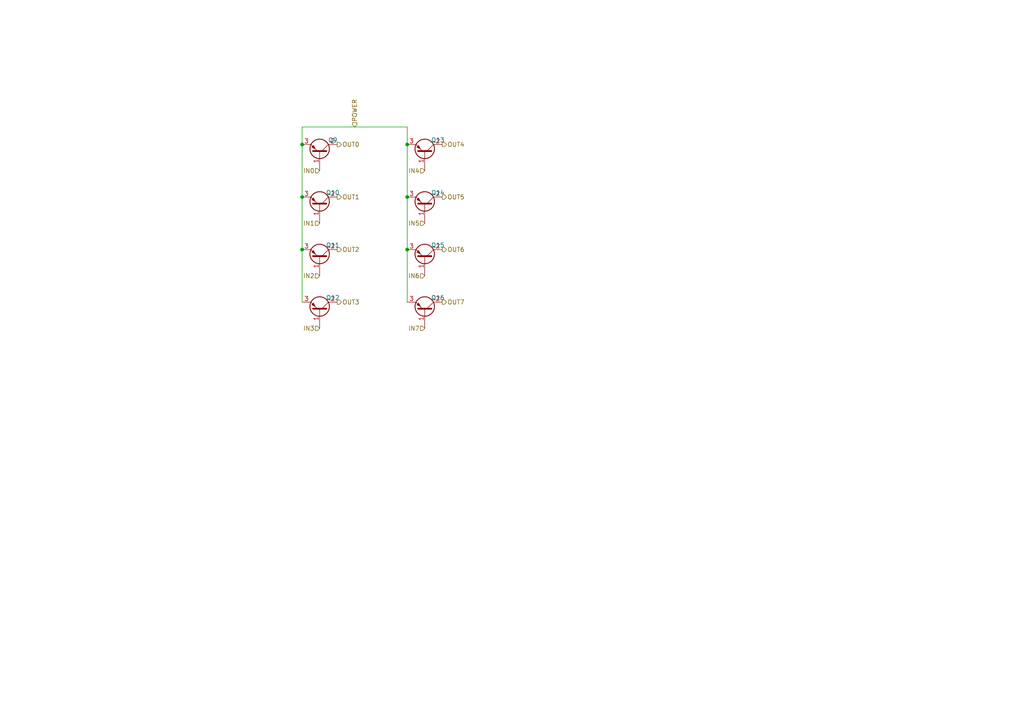
<source format=kicad_sch>
(kicad_sch (version 20211123) (generator eeschema)

  (uuid be0678af-a434-4b32-9101-5b4fc68a0ec0)

  (paper "A4")

  (lib_symbols
    (symbol "Device:Q_PNP_BCE" (pin_names (offset 0) hide) (in_bom yes) (on_board yes)
      (property "Reference" "Q" (id 0) (at 5.08 1.27 0)
        (effects (font (size 1.27 1.27)) (justify left))
      )
      (property "Value" "Q_PNP_BCE" (id 1) (at 5.08 -1.27 0)
        (effects (font (size 1.27 1.27)) (justify left))
      )
      (property "Footprint" "" (id 2) (at 5.08 2.54 0)
        (effects (font (size 1.27 1.27)) hide)
      )
      (property "Datasheet" "~" (id 3) (at 0 0 0)
        (effects (font (size 1.27 1.27)) hide)
      )
      (property "ki_keywords" "transistor PNP" (id 4) (at 0 0 0)
        (effects (font (size 1.27 1.27)) hide)
      )
      (property "ki_description" "PNP transistor, base/collector/emitter" (id 5) (at 0 0 0)
        (effects (font (size 1.27 1.27)) hide)
      )
      (symbol "Q_PNP_BCE_0_1"
        (polyline
          (pts
            (xy 0.635 0.635)
            (xy 2.54 2.54)
          )
          (stroke (width 0) (type default) (color 0 0 0 0))
          (fill (type none))
        )
        (polyline
          (pts
            (xy 0.635 -0.635)
            (xy 2.54 -2.54)
            (xy 2.54 -2.54)
          )
          (stroke (width 0) (type default) (color 0 0 0 0))
          (fill (type none))
        )
        (polyline
          (pts
            (xy 0.635 1.905)
            (xy 0.635 -1.905)
            (xy 0.635 -1.905)
          )
          (stroke (width 0.508) (type default) (color 0 0 0 0))
          (fill (type none))
        )
        (polyline
          (pts
            (xy 2.286 -1.778)
            (xy 1.778 -2.286)
            (xy 1.27 -1.27)
            (xy 2.286 -1.778)
            (xy 2.286 -1.778)
          )
          (stroke (width 0) (type default) (color 0 0 0 0))
          (fill (type outline))
        )
        (circle (center 1.27 0) (radius 2.8194)
          (stroke (width 0.254) (type default) (color 0 0 0 0))
          (fill (type none))
        )
      )
      (symbol "Q_PNP_BCE_1_1"
        (pin input line (at -5.08 0 0) (length 5.715)
          (name "B" (effects (font (size 1.27 1.27))))
          (number "1" (effects (font (size 1.27 1.27))))
        )
        (pin passive line (at 2.54 5.08 270) (length 2.54)
          (name "C" (effects (font (size 1.27 1.27))))
          (number "2" (effects (font (size 1.27 1.27))))
        )
        (pin passive line (at 2.54 -5.08 90) (length 2.54)
          (name "E" (effects (font (size 1.27 1.27))))
          (number "3" (effects (font (size 1.27 1.27))))
        )
      )
    )
  )

  (junction (at 87.63 72.39) (diameter 0) (color 0 0 0 0)
    (uuid 05ab0d4c-e415-47b1-b6a8-463e1a49b7ce)
  )
  (junction (at 87.63 57.15) (diameter 0) (color 0 0 0 0)
    (uuid 21f2bfed-3ace-4a0b-b597-50ba6a37ab26)
  )
  (junction (at 87.63 41.91) (diameter 0) (color 0 0 0 0)
    (uuid 3ebc376f-ebdb-4d41-96bb-5c1798c56446)
  )
  (junction (at 118.11 41.91) (diameter 0) (color 0 0 0 0)
    (uuid 6d46b9c8-cbc1-4732-9a01-238db8681d82)
  )
  (junction (at 118.11 57.15) (diameter 0) (color 0 0 0 0)
    (uuid b3292482-11a5-4844-8a11-4f20e684c658)
  )
  (junction (at 118.11 72.39) (diameter 0) (color 0 0 0 0)
    (uuid df87fbac-60c2-4c7b-a325-ac76c8fd387d)
  )

  (wire (pts (xy 118.11 72.39) (xy 118.11 87.63))
    (stroke (width 0) (type default) (color 0 0 0 0))
    (uuid 2c2e9882-f2e2-438d-a50a-a52805c437f9)
  )
  (wire (pts (xy 87.63 36.83) (xy 118.11 36.83))
    (stroke (width 0) (type default) (color 0 0 0 0))
    (uuid 536ccd4c-7c01-4223-890c-290fb20a424d)
  )
  (wire (pts (xy 87.63 41.91) (xy 87.63 57.15))
    (stroke (width 0) (type default) (color 0 0 0 0))
    (uuid 72209a4e-5263-40e3-811e-1fa809a0a8e0)
  )
  (wire (pts (xy 87.63 72.39) (xy 87.63 87.63))
    (stroke (width 0) (type default) (color 0 0 0 0))
    (uuid 9287b668-d219-46e3-8224-6d8448cf1b91)
  )
  (wire (pts (xy 118.11 36.83) (xy 118.11 41.91))
    (stroke (width 0) (type default) (color 0 0 0 0))
    (uuid a65124ee-fd15-4d8f-a051-76499ee1ea87)
  )
  (wire (pts (xy 87.63 57.15) (xy 87.63 72.39))
    (stroke (width 0) (type default) (color 0 0 0 0))
    (uuid cded2b8f-15d1-4021-8e86-2ce082aa7fba)
  )
  (wire (pts (xy 118.11 41.91) (xy 118.11 57.15))
    (stroke (width 0) (type default) (color 0 0 0 0))
    (uuid ce260bd3-e226-469c-85b3-afd6d99d0e24)
  )
  (wire (pts (xy 118.11 57.15) (xy 118.11 72.39))
    (stroke (width 0) (type default) (color 0 0 0 0))
    (uuid e083aaa0-327d-40ad-b907-00744cf083f3)
  )
  (wire (pts (xy 87.63 36.83) (xy 87.63 41.91))
    (stroke (width 0) (type default) (color 0 0 0 0))
    (uuid ee1ae796-e7ec-40fb-a7dd-5377c4a0308e)
  )

  (hierarchical_label "OUT5" (shape output) (at 128.27 57.15 0)
    (effects (font (size 1.27 1.27)) (justify left))
    (uuid 2610df06-d680-47ca-95b1-b27bd8898e5c)
  )
  (hierarchical_label "IN6" (shape input) (at 123.19 80.01 180)
    (effects (font (size 1.27 1.27)) (justify right))
    (uuid 3230ca97-e8f4-4136-a445-1d6bf99ee463)
  )
  (hierarchical_label "IN7" (shape input) (at 123.19 95.25 180)
    (effects (font (size 1.27 1.27)) (justify right))
    (uuid 40e74084-b85d-4d71-b25d-726e13b7e5dd)
  )
  (hierarchical_label "OUT2" (shape output) (at 97.79 72.39 0)
    (effects (font (size 1.27 1.27)) (justify left))
    (uuid 48d9fccc-bf94-4a8d-8abd-8745be50f50c)
  )
  (hierarchical_label "OUT4" (shape output) (at 128.27 41.91 0)
    (effects (font (size 1.27 1.27)) (justify left))
    (uuid 502f535b-f2a4-4593-ae4a-53f2c7f41d2b)
  )
  (hierarchical_label "POWER" (shape input) (at 102.87 36.83 90)
    (effects (font (size 1.27 1.27)) (justify left))
    (uuid 5d1d49a7-fdea-4589-bbc9-5d1d07fea911)
  )
  (hierarchical_label "OUT7" (shape output) (at 128.27 87.63 0)
    (effects (font (size 1.27 1.27)) (justify left))
    (uuid 713455d5-3a00-4942-bbff-c0bff540784e)
  )
  (hierarchical_label "IN5" (shape input) (at 123.19 64.77 180)
    (effects (font (size 1.27 1.27)) (justify right))
    (uuid 72c01614-2657-4ba3-845c-19c6fb36a8c3)
  )
  (hierarchical_label "OUT0" (shape output) (at 97.79 41.91 0)
    (effects (font (size 1.27 1.27)) (justify left))
    (uuid 80d400a8-9f30-4978-aec9-9d8ef6fe3db8)
  )
  (hierarchical_label "OUT1" (shape output) (at 97.79 57.15 0)
    (effects (font (size 1.27 1.27)) (justify left))
    (uuid 824117e4-c968-4b33-a8d5-656a23216247)
  )
  (hierarchical_label "IN3" (shape input) (at 92.71 95.25 180)
    (effects (font (size 1.27 1.27)) (justify right))
    (uuid b02aabf6-c885-441d-96ed-feed1810da13)
  )
  (hierarchical_label "OUT6" (shape output) (at 128.27 72.39 0)
    (effects (font (size 1.27 1.27)) (justify left))
    (uuid bbb398e1-5059-4d13-a1e9-d449fbd21e39)
  )
  (hierarchical_label "IN1" (shape input) (at 92.71 64.77 180)
    (effects (font (size 1.27 1.27)) (justify right))
    (uuid deb9b974-3da5-4dcd-a819-a0c1d722e6f8)
  )
  (hierarchical_label "IN0" (shape input) (at 92.71 49.53 180)
    (effects (font (size 1.27 1.27)) (justify right))
    (uuid e4d9660a-eb87-4c91-95c3-211685286d57)
  )
  (hierarchical_label "IN2" (shape input) (at 92.71 80.01 180)
    (effects (font (size 1.27 1.27)) (justify right))
    (uuid e517d3ff-2207-45c9-9151-fc3372cfd191)
  )
  (hierarchical_label "OUT3" (shape output) (at 97.79 87.63 0)
    (effects (font (size 1.27 1.27)) (justify left))
    (uuid e5734a7c-2a92-4068-b226-62c8ca73af58)
  )
  (hierarchical_label "IN4" (shape input) (at 123.19 49.53 180)
    (effects (font (size 1.27 1.27)) (justify right))
    (uuid e7ad78fb-05ca-4d9e-86fd-fb44876e6a75)
  )

  (symbol (lib_id "Device:Q_PNP_BCE") (at 123.19 44.45 270) (mirror x) (unit 1)
    (in_bom yes) (on_board yes)
    (uuid 04f1f34e-b827-4b33-bc9b-67c3e0d849f8)
    (property "Reference" "Q13" (id 0) (at 127 40.64 90))
    (property "Value" "" (id 1) (at 129.54 48.26 90))
    (property "Footprint" "" (id 2) (at 125.73 39.37 0)
      (effects (font (size 1.27 1.27)) hide)
    )
    (property "Datasheet" "~" (id 3) (at 123.19 44.45 0)
      (effects (font (size 1.27 1.27)) hide)
    )
    (pin "1" (uuid 1dae8d46-7dcf-4467-a24d-c33ef2233bef))
    (pin "2" (uuid 47f10299-27cf-4f56-aba5-943823399906))
    (pin "3" (uuid af622b9a-d4e6-424a-834b-b73653483154))
  )

  (symbol (lib_id "Device:Q_PNP_BCE") (at 123.19 59.69 270) (mirror x) (unit 1)
    (in_bom yes) (on_board yes)
    (uuid 0970e078-a32e-4514-b5aa-ae0cd4d94ee8)
    (property "Reference" "Q14" (id 0) (at 127 55.88 90))
    (property "Value" "" (id 1) (at 129.54 63.5 90))
    (property "Footprint" "" (id 2) (at 125.73 54.61 0)
      (effects (font (size 1.27 1.27)) hide)
    )
    (property "Datasheet" "~" (id 3) (at 123.19 59.69 0)
      (effects (font (size 1.27 1.27)) hide)
    )
    (pin "1" (uuid 6363e412-996d-43b5-8735-257d3ebfdd0a))
    (pin "2" (uuid 65e9f1d4-28cc-4c50-8a3a-b035f5d33e1c))
    (pin "3" (uuid a9a56733-5447-4a3b-979d-6b9ded6dcdc4))
  )

  (symbol (lib_id "Device:Q_PNP_BCE") (at 123.19 90.17 270) (mirror x) (unit 1)
    (in_bom yes) (on_board yes)
    (uuid 0a979760-93bf-4fdd-adc1-d1dcfa095f14)
    (property "Reference" "Q16" (id 0) (at 127 86.36 90))
    (property "Value" "" (id 1) (at 129.54 93.98 90))
    (property "Footprint" "" (id 2) (at 125.73 85.09 0)
      (effects (font (size 1.27 1.27)) hide)
    )
    (property "Datasheet" "~" (id 3) (at 123.19 90.17 0)
      (effects (font (size 1.27 1.27)) hide)
    )
    (pin "1" (uuid b081affa-e396-42f5-b1df-5e72ddd6776d))
    (pin "2" (uuid 3fce02fc-defe-4a70-805e-1e3f7a05d91f))
    (pin "3" (uuid 51ee69f7-f394-433b-a9bb-c1cadf58e033))
  )

  (symbol (lib_id "Device:Q_PNP_BCE") (at 92.71 44.45 270) (mirror x) (unit 1)
    (in_bom yes) (on_board yes)
    (uuid 55bcadda-7657-428e-8926-7b8e8726070a)
    (property "Reference" "Q9" (id 0) (at 96.52 40.64 90))
    (property "Value" "" (id 1) (at 99.06 48.26 90))
    (property "Footprint" "" (id 2) (at 95.25 39.37 0)
      (effects (font (size 1.27 1.27)) hide)
    )
    (property "Datasheet" "~" (id 3) (at 92.71 44.45 0)
      (effects (font (size 1.27 1.27)) hide)
    )
    (pin "1" (uuid 23fe745b-0244-45fb-9abe-b56cc75c8a38))
    (pin "2" (uuid 1f969781-0fa9-48c6-afbd-a2638d68f397))
    (pin "3" (uuid 4e5e4e58-1e48-49fc-b912-41769907bc71))
  )

  (symbol (lib_id "Device:Q_PNP_BCE") (at 92.71 90.17 270) (mirror x) (unit 1)
    (in_bom yes) (on_board yes)
    (uuid 7eb6cbad-ac43-486e-bad3-a488e5472fb5)
    (property "Reference" "Q12" (id 0) (at 96.52 86.36 90))
    (property "Value" "" (id 1) (at 99.06 93.98 90))
    (property "Footprint" "" (id 2) (at 95.25 85.09 0)
      (effects (font (size 1.27 1.27)) hide)
    )
    (property "Datasheet" "~" (id 3) (at 92.71 90.17 0)
      (effects (font (size 1.27 1.27)) hide)
    )
    (pin "1" (uuid 95c778a3-c488-4a1d-a4fc-465449929c26))
    (pin "2" (uuid 2d1fd0b5-28b3-41a7-9963-e67880d0850e))
    (pin "3" (uuid e2835cc0-fcc2-4177-9502-debc524e7e29))
  )

  (symbol (lib_id "Device:Q_PNP_BCE") (at 92.71 59.69 270) (mirror x) (unit 1)
    (in_bom yes) (on_board yes)
    (uuid 98b27e39-e0a1-4096-8b64-f3e7992d4e31)
    (property "Reference" "Q10" (id 0) (at 96.52 55.88 90))
    (property "Value" "" (id 1) (at 99.06 63.5 90))
    (property "Footprint" "" (id 2) (at 95.25 54.61 0)
      (effects (font (size 1.27 1.27)) hide)
    )
    (property "Datasheet" "~" (id 3) (at 92.71 59.69 0)
      (effects (font (size 1.27 1.27)) hide)
    )
    (pin "1" (uuid 4a5f63f0-62a0-4c36-8248-3536e93afb90))
    (pin "2" (uuid 78445ff2-367e-4f0a-a13b-b218200f735d))
    (pin "3" (uuid a4bf9681-ff41-4ad9-b5d7-c23f17dd4062))
  )

  (symbol (lib_id "Device:Q_PNP_BCE") (at 123.19 74.93 270) (mirror x) (unit 1)
    (in_bom yes) (on_board yes)
    (uuid a34db2c3-4d68-4b09-93f3-693f7bcbe765)
    (property "Reference" "Q15" (id 0) (at 127 71.12 90))
    (property "Value" "" (id 1) (at 129.54 78.74 90))
    (property "Footprint" "" (id 2) (at 125.73 69.85 0)
      (effects (font (size 1.27 1.27)) hide)
    )
    (property "Datasheet" "~" (id 3) (at 123.19 74.93 0)
      (effects (font (size 1.27 1.27)) hide)
    )
    (pin "1" (uuid 17b482b6-36b5-40f8-a621-6ef863286754))
    (pin "2" (uuid 3ef4ab33-891f-4184-ab45-899e83e1f47c))
    (pin "3" (uuid 93b34c76-2c1c-4136-b561-617a4829dce2))
  )

  (symbol (lib_id "Device:Q_PNP_BCE") (at 92.71 74.93 270) (mirror x) (unit 1)
    (in_bom yes) (on_board yes)
    (uuid c8f4e972-1cc1-4400-852f-2b32f012784d)
    (property "Reference" "Q11" (id 0) (at 96.52 71.12 90))
    (property "Value" "" (id 1) (at 99.06 78.74 90))
    (property "Footprint" "" (id 2) (at 95.25 69.85 0)
      (effects (font (size 1.27 1.27)) hide)
    )
    (property "Datasheet" "~" (id 3) (at 92.71 74.93 0)
      (effects (font (size 1.27 1.27)) hide)
    )
    (pin "1" (uuid 181a5471-8fac-41c3-beb0-15f627ea0b5d))
    (pin "2" (uuid d682c2fd-8e2f-4feb-a6d8-ac91a361e1fc))
    (pin "3" (uuid 267588ea-118a-432d-a97b-7af16a8f4662))
  )
)

</source>
